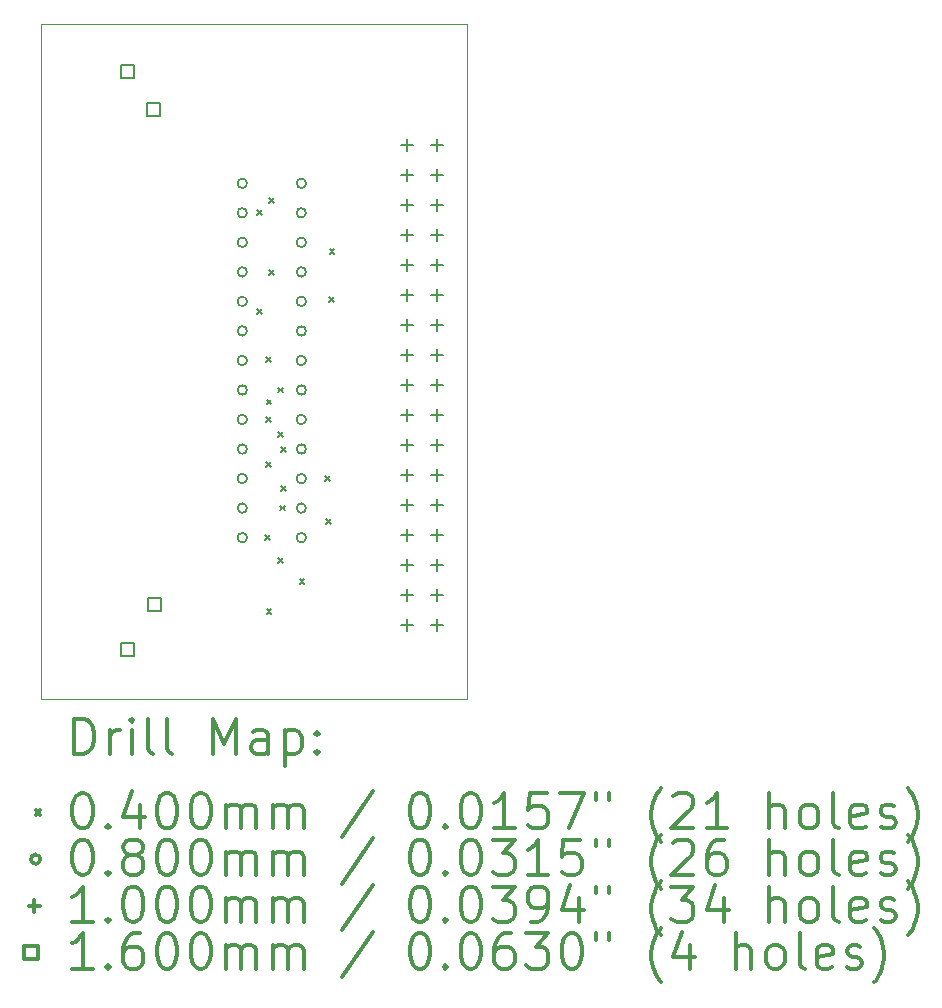
<source format=gbr>
%FSLAX45Y45*%
G04 Gerber Fmt 4.5, Leading zero omitted, Abs format (unit mm)*
G04 Created by KiCad (PCBNEW (5.1.10)-1) date 2024-05-08 08:18:52*
%MOMM*%
%LPD*%
G01*
G04 APERTURE LIST*
%TA.AperFunction,Profile*%
%ADD10C,0.050000*%
%TD*%
%ADD11C,0.200000*%
%ADD12C,0.300000*%
G04 APERTURE END LIST*
D10*
X9144000Y-9271000D02*
X9144000Y-14986000D01*
X12750800Y-9271000D02*
X9144000Y-9271000D01*
X12750800Y-14986000D02*
X12750800Y-9271000D01*
X9144000Y-14986000D02*
X12750800Y-14986000D01*
D11*
X10977000Y-10852400D02*
X11017000Y-10892400D01*
X11017000Y-10852400D02*
X10977000Y-10892400D01*
X10978200Y-11689400D02*
X11018200Y-11729400D01*
X11018200Y-11689400D02*
X10978200Y-11729400D01*
X11046400Y-13602400D02*
X11086400Y-13642400D01*
X11086400Y-13602400D02*
X11046400Y-13642400D01*
X11053000Y-12602400D02*
X11093000Y-12642400D01*
X11093000Y-12602400D02*
X11053000Y-12642400D01*
X11054400Y-12095800D02*
X11094400Y-12135800D01*
X11094400Y-12095800D02*
X11054400Y-12135800D01*
X11054400Y-12984800D02*
X11094400Y-13024800D01*
X11094400Y-12984800D02*
X11054400Y-13024800D01*
X11056800Y-14227000D02*
X11096800Y-14267000D01*
X11096800Y-14227000D02*
X11056800Y-14267000D01*
X11057900Y-12454900D02*
X11097900Y-12494900D01*
X11097900Y-12454900D02*
X11057900Y-12494900D01*
X11079800Y-10749600D02*
X11119800Y-10789600D01*
X11119800Y-10749600D02*
X11079800Y-10789600D01*
X11079800Y-11359200D02*
X11119800Y-11399200D01*
X11119800Y-11359200D02*
X11079800Y-11399200D01*
X11153400Y-12352400D02*
X11193400Y-12392400D01*
X11193400Y-12352400D02*
X11153400Y-12392400D01*
X11156000Y-12730800D02*
X11196000Y-12770800D01*
X11196000Y-12730800D02*
X11156000Y-12770800D01*
X11156000Y-13797600D02*
X11196000Y-13837600D01*
X11196000Y-13797600D02*
X11156000Y-13837600D01*
X11169400Y-13352400D02*
X11209400Y-13392400D01*
X11209400Y-13352400D02*
X11169400Y-13392400D01*
X11181400Y-12857800D02*
X11221400Y-12897800D01*
X11221400Y-12857800D02*
X11181400Y-12897800D01*
X11181400Y-13188000D02*
X11221400Y-13228000D01*
X11221400Y-13188000D02*
X11181400Y-13228000D01*
X11336200Y-13973000D02*
X11376200Y-14013000D01*
X11376200Y-13973000D02*
X11336200Y-14013000D01*
X11553000Y-13102400D02*
X11593000Y-13142400D01*
X11593000Y-13102400D02*
X11553000Y-13142400D01*
X11562400Y-13467400D02*
X11602400Y-13507400D01*
X11602400Y-13467400D02*
X11562400Y-13507400D01*
X11587800Y-11587800D02*
X11627800Y-11627800D01*
X11627800Y-11587800D02*
X11587800Y-11627800D01*
X11590200Y-11179000D02*
X11630200Y-11219000D01*
X11630200Y-11179000D02*
X11590200Y-11219000D01*
X10891200Y-10622400D02*
G75*
G03*
X10891200Y-10622400I-40000J0D01*
G01*
X10891200Y-10872400D02*
G75*
G03*
X10891200Y-10872400I-40000J0D01*
G01*
X10891200Y-11122400D02*
G75*
G03*
X10891200Y-11122400I-40000J0D01*
G01*
X10891200Y-11372400D02*
G75*
G03*
X10891200Y-11372400I-40000J0D01*
G01*
X10891200Y-11622400D02*
G75*
G03*
X10891200Y-11622400I-40000J0D01*
G01*
X10891200Y-11872400D02*
G75*
G03*
X10891200Y-11872400I-40000J0D01*
G01*
X10891200Y-12122400D02*
G75*
G03*
X10891200Y-12122400I-40000J0D01*
G01*
X10891200Y-12372400D02*
G75*
G03*
X10891200Y-12372400I-40000J0D01*
G01*
X10891200Y-12622400D02*
G75*
G03*
X10891200Y-12622400I-40000J0D01*
G01*
X10891200Y-12872400D02*
G75*
G03*
X10891200Y-12872400I-40000J0D01*
G01*
X10891200Y-13122400D02*
G75*
G03*
X10891200Y-13122400I-40000J0D01*
G01*
X10891200Y-13372400D02*
G75*
G03*
X10891200Y-13372400I-40000J0D01*
G01*
X10891200Y-13622400D02*
G75*
G03*
X10891200Y-13622400I-40000J0D01*
G01*
X11391200Y-10622400D02*
G75*
G03*
X11391200Y-10622400I-40000J0D01*
G01*
X11391200Y-10872400D02*
G75*
G03*
X11391200Y-10872400I-40000J0D01*
G01*
X11391200Y-11122400D02*
G75*
G03*
X11391200Y-11122400I-40000J0D01*
G01*
X11391200Y-11372400D02*
G75*
G03*
X11391200Y-11372400I-40000J0D01*
G01*
X11391200Y-11622400D02*
G75*
G03*
X11391200Y-11622400I-40000J0D01*
G01*
X11391200Y-11872400D02*
G75*
G03*
X11391200Y-11872400I-40000J0D01*
G01*
X11391200Y-12122400D02*
G75*
G03*
X11391200Y-12122400I-40000J0D01*
G01*
X11391200Y-12372400D02*
G75*
G03*
X11391200Y-12372400I-40000J0D01*
G01*
X11391200Y-12622400D02*
G75*
G03*
X11391200Y-12622400I-40000J0D01*
G01*
X11391200Y-12872400D02*
G75*
G03*
X11391200Y-12872400I-40000J0D01*
G01*
X11391200Y-13122400D02*
G75*
G03*
X11391200Y-13122400I-40000J0D01*
G01*
X11391200Y-13372400D02*
G75*
G03*
X11391200Y-13372400I-40000J0D01*
G01*
X11391200Y-13622400D02*
G75*
G03*
X11391200Y-13622400I-40000J0D01*
G01*
X12242700Y-10250500D02*
X12242700Y-10350500D01*
X12192700Y-10300500D02*
X12292700Y-10300500D01*
X12242700Y-10504500D02*
X12242700Y-10604500D01*
X12192700Y-10554500D02*
X12292700Y-10554500D01*
X12242700Y-10758500D02*
X12242700Y-10858500D01*
X12192700Y-10808500D02*
X12292700Y-10808500D01*
X12242700Y-11012500D02*
X12242700Y-11112500D01*
X12192700Y-11062500D02*
X12292700Y-11062500D01*
X12242700Y-11266500D02*
X12242700Y-11366500D01*
X12192700Y-11316500D02*
X12292700Y-11316500D01*
X12242700Y-11520500D02*
X12242700Y-11620500D01*
X12192700Y-11570500D02*
X12292700Y-11570500D01*
X12242700Y-11774500D02*
X12242700Y-11874500D01*
X12192700Y-11824500D02*
X12292700Y-11824500D01*
X12242700Y-12028500D02*
X12242700Y-12128500D01*
X12192700Y-12078500D02*
X12292700Y-12078500D01*
X12242700Y-12282500D02*
X12242700Y-12382500D01*
X12192700Y-12332500D02*
X12292700Y-12332500D01*
X12242700Y-12536500D02*
X12242700Y-12636500D01*
X12192700Y-12586500D02*
X12292700Y-12586500D01*
X12242700Y-12790500D02*
X12242700Y-12890500D01*
X12192700Y-12840500D02*
X12292700Y-12840500D01*
X12242700Y-13044500D02*
X12242700Y-13144500D01*
X12192700Y-13094500D02*
X12292700Y-13094500D01*
X12242700Y-13298500D02*
X12242700Y-13398500D01*
X12192700Y-13348500D02*
X12292700Y-13348500D01*
X12242700Y-13552500D02*
X12242700Y-13652500D01*
X12192700Y-13602500D02*
X12292700Y-13602500D01*
X12242700Y-13806500D02*
X12242700Y-13906500D01*
X12192700Y-13856500D02*
X12292700Y-13856500D01*
X12242700Y-14060500D02*
X12242700Y-14160500D01*
X12192700Y-14110500D02*
X12292700Y-14110500D01*
X12242700Y-14314500D02*
X12242700Y-14414500D01*
X12192700Y-14364500D02*
X12292700Y-14364500D01*
X12496700Y-10250500D02*
X12496700Y-10350500D01*
X12446700Y-10300500D02*
X12546700Y-10300500D01*
X12496700Y-10504500D02*
X12496700Y-10604500D01*
X12446700Y-10554500D02*
X12546700Y-10554500D01*
X12496700Y-10758500D02*
X12496700Y-10858500D01*
X12446700Y-10808500D02*
X12546700Y-10808500D01*
X12496700Y-11012500D02*
X12496700Y-11112500D01*
X12446700Y-11062500D02*
X12546700Y-11062500D01*
X12496700Y-11266500D02*
X12496700Y-11366500D01*
X12446700Y-11316500D02*
X12546700Y-11316500D01*
X12496700Y-11520500D02*
X12496700Y-11620500D01*
X12446700Y-11570500D02*
X12546700Y-11570500D01*
X12496700Y-11774500D02*
X12496700Y-11874500D01*
X12446700Y-11824500D02*
X12546700Y-11824500D01*
X12496700Y-12028500D02*
X12496700Y-12128500D01*
X12446700Y-12078500D02*
X12546700Y-12078500D01*
X12496700Y-12282500D02*
X12496700Y-12382500D01*
X12446700Y-12332500D02*
X12546700Y-12332500D01*
X12496700Y-12536500D02*
X12496700Y-12636500D01*
X12446700Y-12586500D02*
X12546700Y-12586500D01*
X12496700Y-12790500D02*
X12496700Y-12890500D01*
X12446700Y-12840500D02*
X12546700Y-12840500D01*
X12496700Y-13044500D02*
X12496700Y-13144500D01*
X12446700Y-13094500D02*
X12546700Y-13094500D01*
X12496700Y-13298500D02*
X12496700Y-13398500D01*
X12446700Y-13348500D02*
X12546700Y-13348500D01*
X12496700Y-13552500D02*
X12496700Y-13652500D01*
X12446700Y-13602500D02*
X12546700Y-13602500D01*
X12496700Y-13806500D02*
X12496700Y-13906500D01*
X12446700Y-13856500D02*
X12546700Y-13856500D01*
X12496700Y-14060500D02*
X12496700Y-14160500D01*
X12446700Y-14110500D02*
X12546700Y-14110500D01*
X12496700Y-14314500D02*
X12496700Y-14414500D01*
X12446700Y-14364500D02*
X12546700Y-14364500D01*
X9934629Y-9733969D02*
X9934629Y-9620831D01*
X9821491Y-9620831D01*
X9821491Y-9733969D01*
X9934629Y-9733969D01*
X9934629Y-14623469D02*
X9934629Y-14510331D01*
X9821491Y-14510331D01*
X9821491Y-14623469D01*
X9934629Y-14623469D01*
X10157769Y-10053969D02*
X10157769Y-9940831D01*
X10044631Y-9940831D01*
X10044631Y-10053969D01*
X10157769Y-10053969D01*
X10165769Y-14242469D02*
X10165769Y-14129331D01*
X10052631Y-14129331D01*
X10052631Y-14242469D01*
X10165769Y-14242469D01*
D12*
X9427928Y-15454214D02*
X9427928Y-15154214D01*
X9499357Y-15154214D01*
X9542214Y-15168500D01*
X9570786Y-15197071D01*
X9585071Y-15225643D01*
X9599357Y-15282786D01*
X9599357Y-15325643D01*
X9585071Y-15382786D01*
X9570786Y-15411357D01*
X9542214Y-15439929D01*
X9499357Y-15454214D01*
X9427928Y-15454214D01*
X9727928Y-15454214D02*
X9727928Y-15254214D01*
X9727928Y-15311357D02*
X9742214Y-15282786D01*
X9756500Y-15268500D01*
X9785071Y-15254214D01*
X9813643Y-15254214D01*
X9913643Y-15454214D02*
X9913643Y-15254214D01*
X9913643Y-15154214D02*
X9899357Y-15168500D01*
X9913643Y-15182786D01*
X9927928Y-15168500D01*
X9913643Y-15154214D01*
X9913643Y-15182786D01*
X10099357Y-15454214D02*
X10070786Y-15439929D01*
X10056500Y-15411357D01*
X10056500Y-15154214D01*
X10256500Y-15454214D02*
X10227928Y-15439929D01*
X10213643Y-15411357D01*
X10213643Y-15154214D01*
X10599357Y-15454214D02*
X10599357Y-15154214D01*
X10699357Y-15368500D01*
X10799357Y-15154214D01*
X10799357Y-15454214D01*
X11070786Y-15454214D02*
X11070786Y-15297071D01*
X11056500Y-15268500D01*
X11027928Y-15254214D01*
X10970786Y-15254214D01*
X10942214Y-15268500D01*
X11070786Y-15439929D02*
X11042214Y-15454214D01*
X10970786Y-15454214D01*
X10942214Y-15439929D01*
X10927928Y-15411357D01*
X10927928Y-15382786D01*
X10942214Y-15354214D01*
X10970786Y-15339929D01*
X11042214Y-15339929D01*
X11070786Y-15325643D01*
X11213643Y-15254214D02*
X11213643Y-15554214D01*
X11213643Y-15268500D02*
X11242214Y-15254214D01*
X11299357Y-15254214D01*
X11327928Y-15268500D01*
X11342214Y-15282786D01*
X11356500Y-15311357D01*
X11356500Y-15397071D01*
X11342214Y-15425643D01*
X11327928Y-15439929D01*
X11299357Y-15454214D01*
X11242214Y-15454214D01*
X11213643Y-15439929D01*
X11485071Y-15425643D02*
X11499357Y-15439929D01*
X11485071Y-15454214D01*
X11470786Y-15439929D01*
X11485071Y-15425643D01*
X11485071Y-15454214D01*
X11485071Y-15268500D02*
X11499357Y-15282786D01*
X11485071Y-15297071D01*
X11470786Y-15282786D01*
X11485071Y-15268500D01*
X11485071Y-15297071D01*
X9101500Y-15928500D02*
X9141500Y-15968500D01*
X9141500Y-15928500D02*
X9101500Y-15968500D01*
X9485071Y-15784214D02*
X9513643Y-15784214D01*
X9542214Y-15798500D01*
X9556500Y-15812786D01*
X9570786Y-15841357D01*
X9585071Y-15898500D01*
X9585071Y-15969929D01*
X9570786Y-16027071D01*
X9556500Y-16055643D01*
X9542214Y-16069929D01*
X9513643Y-16084214D01*
X9485071Y-16084214D01*
X9456500Y-16069929D01*
X9442214Y-16055643D01*
X9427928Y-16027071D01*
X9413643Y-15969929D01*
X9413643Y-15898500D01*
X9427928Y-15841357D01*
X9442214Y-15812786D01*
X9456500Y-15798500D01*
X9485071Y-15784214D01*
X9713643Y-16055643D02*
X9727928Y-16069929D01*
X9713643Y-16084214D01*
X9699357Y-16069929D01*
X9713643Y-16055643D01*
X9713643Y-16084214D01*
X9985071Y-15884214D02*
X9985071Y-16084214D01*
X9913643Y-15769929D02*
X9842214Y-15984214D01*
X10027928Y-15984214D01*
X10199357Y-15784214D02*
X10227928Y-15784214D01*
X10256500Y-15798500D01*
X10270786Y-15812786D01*
X10285071Y-15841357D01*
X10299357Y-15898500D01*
X10299357Y-15969929D01*
X10285071Y-16027071D01*
X10270786Y-16055643D01*
X10256500Y-16069929D01*
X10227928Y-16084214D01*
X10199357Y-16084214D01*
X10170786Y-16069929D01*
X10156500Y-16055643D01*
X10142214Y-16027071D01*
X10127928Y-15969929D01*
X10127928Y-15898500D01*
X10142214Y-15841357D01*
X10156500Y-15812786D01*
X10170786Y-15798500D01*
X10199357Y-15784214D01*
X10485071Y-15784214D02*
X10513643Y-15784214D01*
X10542214Y-15798500D01*
X10556500Y-15812786D01*
X10570786Y-15841357D01*
X10585071Y-15898500D01*
X10585071Y-15969929D01*
X10570786Y-16027071D01*
X10556500Y-16055643D01*
X10542214Y-16069929D01*
X10513643Y-16084214D01*
X10485071Y-16084214D01*
X10456500Y-16069929D01*
X10442214Y-16055643D01*
X10427928Y-16027071D01*
X10413643Y-15969929D01*
X10413643Y-15898500D01*
X10427928Y-15841357D01*
X10442214Y-15812786D01*
X10456500Y-15798500D01*
X10485071Y-15784214D01*
X10713643Y-16084214D02*
X10713643Y-15884214D01*
X10713643Y-15912786D02*
X10727928Y-15898500D01*
X10756500Y-15884214D01*
X10799357Y-15884214D01*
X10827928Y-15898500D01*
X10842214Y-15927071D01*
X10842214Y-16084214D01*
X10842214Y-15927071D02*
X10856500Y-15898500D01*
X10885071Y-15884214D01*
X10927928Y-15884214D01*
X10956500Y-15898500D01*
X10970786Y-15927071D01*
X10970786Y-16084214D01*
X11113643Y-16084214D02*
X11113643Y-15884214D01*
X11113643Y-15912786D02*
X11127928Y-15898500D01*
X11156500Y-15884214D01*
X11199357Y-15884214D01*
X11227928Y-15898500D01*
X11242214Y-15927071D01*
X11242214Y-16084214D01*
X11242214Y-15927071D02*
X11256500Y-15898500D01*
X11285071Y-15884214D01*
X11327928Y-15884214D01*
X11356500Y-15898500D01*
X11370786Y-15927071D01*
X11370786Y-16084214D01*
X11956500Y-15769929D02*
X11699357Y-16155643D01*
X12342214Y-15784214D02*
X12370786Y-15784214D01*
X12399357Y-15798500D01*
X12413643Y-15812786D01*
X12427928Y-15841357D01*
X12442214Y-15898500D01*
X12442214Y-15969929D01*
X12427928Y-16027071D01*
X12413643Y-16055643D01*
X12399357Y-16069929D01*
X12370786Y-16084214D01*
X12342214Y-16084214D01*
X12313643Y-16069929D01*
X12299357Y-16055643D01*
X12285071Y-16027071D01*
X12270786Y-15969929D01*
X12270786Y-15898500D01*
X12285071Y-15841357D01*
X12299357Y-15812786D01*
X12313643Y-15798500D01*
X12342214Y-15784214D01*
X12570786Y-16055643D02*
X12585071Y-16069929D01*
X12570786Y-16084214D01*
X12556500Y-16069929D01*
X12570786Y-16055643D01*
X12570786Y-16084214D01*
X12770786Y-15784214D02*
X12799357Y-15784214D01*
X12827928Y-15798500D01*
X12842214Y-15812786D01*
X12856500Y-15841357D01*
X12870786Y-15898500D01*
X12870786Y-15969929D01*
X12856500Y-16027071D01*
X12842214Y-16055643D01*
X12827928Y-16069929D01*
X12799357Y-16084214D01*
X12770786Y-16084214D01*
X12742214Y-16069929D01*
X12727928Y-16055643D01*
X12713643Y-16027071D01*
X12699357Y-15969929D01*
X12699357Y-15898500D01*
X12713643Y-15841357D01*
X12727928Y-15812786D01*
X12742214Y-15798500D01*
X12770786Y-15784214D01*
X13156500Y-16084214D02*
X12985071Y-16084214D01*
X13070786Y-16084214D02*
X13070786Y-15784214D01*
X13042214Y-15827071D01*
X13013643Y-15855643D01*
X12985071Y-15869929D01*
X13427928Y-15784214D02*
X13285071Y-15784214D01*
X13270786Y-15927071D01*
X13285071Y-15912786D01*
X13313643Y-15898500D01*
X13385071Y-15898500D01*
X13413643Y-15912786D01*
X13427928Y-15927071D01*
X13442214Y-15955643D01*
X13442214Y-16027071D01*
X13427928Y-16055643D01*
X13413643Y-16069929D01*
X13385071Y-16084214D01*
X13313643Y-16084214D01*
X13285071Y-16069929D01*
X13270786Y-16055643D01*
X13542214Y-15784214D02*
X13742214Y-15784214D01*
X13613643Y-16084214D01*
X13842214Y-15784214D02*
X13842214Y-15841357D01*
X13956500Y-15784214D02*
X13956500Y-15841357D01*
X14399357Y-16198500D02*
X14385071Y-16184214D01*
X14356500Y-16141357D01*
X14342214Y-16112786D01*
X14327928Y-16069929D01*
X14313643Y-15998500D01*
X14313643Y-15941357D01*
X14327928Y-15869929D01*
X14342214Y-15827071D01*
X14356500Y-15798500D01*
X14385071Y-15755643D01*
X14399357Y-15741357D01*
X14499357Y-15812786D02*
X14513643Y-15798500D01*
X14542214Y-15784214D01*
X14613643Y-15784214D01*
X14642214Y-15798500D01*
X14656500Y-15812786D01*
X14670786Y-15841357D01*
X14670786Y-15869929D01*
X14656500Y-15912786D01*
X14485071Y-16084214D01*
X14670786Y-16084214D01*
X14956500Y-16084214D02*
X14785071Y-16084214D01*
X14870786Y-16084214D02*
X14870786Y-15784214D01*
X14842214Y-15827071D01*
X14813643Y-15855643D01*
X14785071Y-15869929D01*
X15313643Y-16084214D02*
X15313643Y-15784214D01*
X15442214Y-16084214D02*
X15442214Y-15927071D01*
X15427928Y-15898500D01*
X15399357Y-15884214D01*
X15356500Y-15884214D01*
X15327928Y-15898500D01*
X15313643Y-15912786D01*
X15627928Y-16084214D02*
X15599357Y-16069929D01*
X15585071Y-16055643D01*
X15570786Y-16027071D01*
X15570786Y-15941357D01*
X15585071Y-15912786D01*
X15599357Y-15898500D01*
X15627928Y-15884214D01*
X15670786Y-15884214D01*
X15699357Y-15898500D01*
X15713643Y-15912786D01*
X15727928Y-15941357D01*
X15727928Y-16027071D01*
X15713643Y-16055643D01*
X15699357Y-16069929D01*
X15670786Y-16084214D01*
X15627928Y-16084214D01*
X15899357Y-16084214D02*
X15870786Y-16069929D01*
X15856500Y-16041357D01*
X15856500Y-15784214D01*
X16127928Y-16069929D02*
X16099357Y-16084214D01*
X16042214Y-16084214D01*
X16013643Y-16069929D01*
X15999357Y-16041357D01*
X15999357Y-15927071D01*
X16013643Y-15898500D01*
X16042214Y-15884214D01*
X16099357Y-15884214D01*
X16127928Y-15898500D01*
X16142214Y-15927071D01*
X16142214Y-15955643D01*
X15999357Y-15984214D01*
X16256500Y-16069929D02*
X16285071Y-16084214D01*
X16342214Y-16084214D01*
X16370786Y-16069929D01*
X16385071Y-16041357D01*
X16385071Y-16027071D01*
X16370786Y-15998500D01*
X16342214Y-15984214D01*
X16299357Y-15984214D01*
X16270786Y-15969929D01*
X16256500Y-15941357D01*
X16256500Y-15927071D01*
X16270786Y-15898500D01*
X16299357Y-15884214D01*
X16342214Y-15884214D01*
X16370786Y-15898500D01*
X16485071Y-16198500D02*
X16499357Y-16184214D01*
X16527928Y-16141357D01*
X16542214Y-16112786D01*
X16556500Y-16069929D01*
X16570786Y-15998500D01*
X16570786Y-15941357D01*
X16556500Y-15869929D01*
X16542214Y-15827071D01*
X16527928Y-15798500D01*
X16499357Y-15755643D01*
X16485071Y-15741357D01*
X9141500Y-16344500D02*
G75*
G03*
X9141500Y-16344500I-40000J0D01*
G01*
X9485071Y-16180214D02*
X9513643Y-16180214D01*
X9542214Y-16194500D01*
X9556500Y-16208786D01*
X9570786Y-16237357D01*
X9585071Y-16294500D01*
X9585071Y-16365929D01*
X9570786Y-16423071D01*
X9556500Y-16451643D01*
X9542214Y-16465929D01*
X9513643Y-16480214D01*
X9485071Y-16480214D01*
X9456500Y-16465929D01*
X9442214Y-16451643D01*
X9427928Y-16423071D01*
X9413643Y-16365929D01*
X9413643Y-16294500D01*
X9427928Y-16237357D01*
X9442214Y-16208786D01*
X9456500Y-16194500D01*
X9485071Y-16180214D01*
X9713643Y-16451643D02*
X9727928Y-16465929D01*
X9713643Y-16480214D01*
X9699357Y-16465929D01*
X9713643Y-16451643D01*
X9713643Y-16480214D01*
X9899357Y-16308786D02*
X9870786Y-16294500D01*
X9856500Y-16280214D01*
X9842214Y-16251643D01*
X9842214Y-16237357D01*
X9856500Y-16208786D01*
X9870786Y-16194500D01*
X9899357Y-16180214D01*
X9956500Y-16180214D01*
X9985071Y-16194500D01*
X9999357Y-16208786D01*
X10013643Y-16237357D01*
X10013643Y-16251643D01*
X9999357Y-16280214D01*
X9985071Y-16294500D01*
X9956500Y-16308786D01*
X9899357Y-16308786D01*
X9870786Y-16323071D01*
X9856500Y-16337357D01*
X9842214Y-16365929D01*
X9842214Y-16423071D01*
X9856500Y-16451643D01*
X9870786Y-16465929D01*
X9899357Y-16480214D01*
X9956500Y-16480214D01*
X9985071Y-16465929D01*
X9999357Y-16451643D01*
X10013643Y-16423071D01*
X10013643Y-16365929D01*
X9999357Y-16337357D01*
X9985071Y-16323071D01*
X9956500Y-16308786D01*
X10199357Y-16180214D02*
X10227928Y-16180214D01*
X10256500Y-16194500D01*
X10270786Y-16208786D01*
X10285071Y-16237357D01*
X10299357Y-16294500D01*
X10299357Y-16365929D01*
X10285071Y-16423071D01*
X10270786Y-16451643D01*
X10256500Y-16465929D01*
X10227928Y-16480214D01*
X10199357Y-16480214D01*
X10170786Y-16465929D01*
X10156500Y-16451643D01*
X10142214Y-16423071D01*
X10127928Y-16365929D01*
X10127928Y-16294500D01*
X10142214Y-16237357D01*
X10156500Y-16208786D01*
X10170786Y-16194500D01*
X10199357Y-16180214D01*
X10485071Y-16180214D02*
X10513643Y-16180214D01*
X10542214Y-16194500D01*
X10556500Y-16208786D01*
X10570786Y-16237357D01*
X10585071Y-16294500D01*
X10585071Y-16365929D01*
X10570786Y-16423071D01*
X10556500Y-16451643D01*
X10542214Y-16465929D01*
X10513643Y-16480214D01*
X10485071Y-16480214D01*
X10456500Y-16465929D01*
X10442214Y-16451643D01*
X10427928Y-16423071D01*
X10413643Y-16365929D01*
X10413643Y-16294500D01*
X10427928Y-16237357D01*
X10442214Y-16208786D01*
X10456500Y-16194500D01*
X10485071Y-16180214D01*
X10713643Y-16480214D02*
X10713643Y-16280214D01*
X10713643Y-16308786D02*
X10727928Y-16294500D01*
X10756500Y-16280214D01*
X10799357Y-16280214D01*
X10827928Y-16294500D01*
X10842214Y-16323071D01*
X10842214Y-16480214D01*
X10842214Y-16323071D02*
X10856500Y-16294500D01*
X10885071Y-16280214D01*
X10927928Y-16280214D01*
X10956500Y-16294500D01*
X10970786Y-16323071D01*
X10970786Y-16480214D01*
X11113643Y-16480214D02*
X11113643Y-16280214D01*
X11113643Y-16308786D02*
X11127928Y-16294500D01*
X11156500Y-16280214D01*
X11199357Y-16280214D01*
X11227928Y-16294500D01*
X11242214Y-16323071D01*
X11242214Y-16480214D01*
X11242214Y-16323071D02*
X11256500Y-16294500D01*
X11285071Y-16280214D01*
X11327928Y-16280214D01*
X11356500Y-16294500D01*
X11370786Y-16323071D01*
X11370786Y-16480214D01*
X11956500Y-16165929D02*
X11699357Y-16551643D01*
X12342214Y-16180214D02*
X12370786Y-16180214D01*
X12399357Y-16194500D01*
X12413643Y-16208786D01*
X12427928Y-16237357D01*
X12442214Y-16294500D01*
X12442214Y-16365929D01*
X12427928Y-16423071D01*
X12413643Y-16451643D01*
X12399357Y-16465929D01*
X12370786Y-16480214D01*
X12342214Y-16480214D01*
X12313643Y-16465929D01*
X12299357Y-16451643D01*
X12285071Y-16423071D01*
X12270786Y-16365929D01*
X12270786Y-16294500D01*
X12285071Y-16237357D01*
X12299357Y-16208786D01*
X12313643Y-16194500D01*
X12342214Y-16180214D01*
X12570786Y-16451643D02*
X12585071Y-16465929D01*
X12570786Y-16480214D01*
X12556500Y-16465929D01*
X12570786Y-16451643D01*
X12570786Y-16480214D01*
X12770786Y-16180214D02*
X12799357Y-16180214D01*
X12827928Y-16194500D01*
X12842214Y-16208786D01*
X12856500Y-16237357D01*
X12870786Y-16294500D01*
X12870786Y-16365929D01*
X12856500Y-16423071D01*
X12842214Y-16451643D01*
X12827928Y-16465929D01*
X12799357Y-16480214D01*
X12770786Y-16480214D01*
X12742214Y-16465929D01*
X12727928Y-16451643D01*
X12713643Y-16423071D01*
X12699357Y-16365929D01*
X12699357Y-16294500D01*
X12713643Y-16237357D01*
X12727928Y-16208786D01*
X12742214Y-16194500D01*
X12770786Y-16180214D01*
X12970786Y-16180214D02*
X13156500Y-16180214D01*
X13056500Y-16294500D01*
X13099357Y-16294500D01*
X13127928Y-16308786D01*
X13142214Y-16323071D01*
X13156500Y-16351643D01*
X13156500Y-16423071D01*
X13142214Y-16451643D01*
X13127928Y-16465929D01*
X13099357Y-16480214D01*
X13013643Y-16480214D01*
X12985071Y-16465929D01*
X12970786Y-16451643D01*
X13442214Y-16480214D02*
X13270786Y-16480214D01*
X13356500Y-16480214D02*
X13356500Y-16180214D01*
X13327928Y-16223071D01*
X13299357Y-16251643D01*
X13270786Y-16265929D01*
X13713643Y-16180214D02*
X13570786Y-16180214D01*
X13556500Y-16323071D01*
X13570786Y-16308786D01*
X13599357Y-16294500D01*
X13670786Y-16294500D01*
X13699357Y-16308786D01*
X13713643Y-16323071D01*
X13727928Y-16351643D01*
X13727928Y-16423071D01*
X13713643Y-16451643D01*
X13699357Y-16465929D01*
X13670786Y-16480214D01*
X13599357Y-16480214D01*
X13570786Y-16465929D01*
X13556500Y-16451643D01*
X13842214Y-16180214D02*
X13842214Y-16237357D01*
X13956500Y-16180214D02*
X13956500Y-16237357D01*
X14399357Y-16594500D02*
X14385071Y-16580214D01*
X14356500Y-16537357D01*
X14342214Y-16508786D01*
X14327928Y-16465929D01*
X14313643Y-16394500D01*
X14313643Y-16337357D01*
X14327928Y-16265929D01*
X14342214Y-16223071D01*
X14356500Y-16194500D01*
X14385071Y-16151643D01*
X14399357Y-16137357D01*
X14499357Y-16208786D02*
X14513643Y-16194500D01*
X14542214Y-16180214D01*
X14613643Y-16180214D01*
X14642214Y-16194500D01*
X14656500Y-16208786D01*
X14670786Y-16237357D01*
X14670786Y-16265929D01*
X14656500Y-16308786D01*
X14485071Y-16480214D01*
X14670786Y-16480214D01*
X14927928Y-16180214D02*
X14870786Y-16180214D01*
X14842214Y-16194500D01*
X14827928Y-16208786D01*
X14799357Y-16251643D01*
X14785071Y-16308786D01*
X14785071Y-16423071D01*
X14799357Y-16451643D01*
X14813643Y-16465929D01*
X14842214Y-16480214D01*
X14899357Y-16480214D01*
X14927928Y-16465929D01*
X14942214Y-16451643D01*
X14956500Y-16423071D01*
X14956500Y-16351643D01*
X14942214Y-16323071D01*
X14927928Y-16308786D01*
X14899357Y-16294500D01*
X14842214Y-16294500D01*
X14813643Y-16308786D01*
X14799357Y-16323071D01*
X14785071Y-16351643D01*
X15313643Y-16480214D02*
X15313643Y-16180214D01*
X15442214Y-16480214D02*
X15442214Y-16323071D01*
X15427928Y-16294500D01*
X15399357Y-16280214D01*
X15356500Y-16280214D01*
X15327928Y-16294500D01*
X15313643Y-16308786D01*
X15627928Y-16480214D02*
X15599357Y-16465929D01*
X15585071Y-16451643D01*
X15570786Y-16423071D01*
X15570786Y-16337357D01*
X15585071Y-16308786D01*
X15599357Y-16294500D01*
X15627928Y-16280214D01*
X15670786Y-16280214D01*
X15699357Y-16294500D01*
X15713643Y-16308786D01*
X15727928Y-16337357D01*
X15727928Y-16423071D01*
X15713643Y-16451643D01*
X15699357Y-16465929D01*
X15670786Y-16480214D01*
X15627928Y-16480214D01*
X15899357Y-16480214D02*
X15870786Y-16465929D01*
X15856500Y-16437357D01*
X15856500Y-16180214D01*
X16127928Y-16465929D02*
X16099357Y-16480214D01*
X16042214Y-16480214D01*
X16013643Y-16465929D01*
X15999357Y-16437357D01*
X15999357Y-16323071D01*
X16013643Y-16294500D01*
X16042214Y-16280214D01*
X16099357Y-16280214D01*
X16127928Y-16294500D01*
X16142214Y-16323071D01*
X16142214Y-16351643D01*
X15999357Y-16380214D01*
X16256500Y-16465929D02*
X16285071Y-16480214D01*
X16342214Y-16480214D01*
X16370786Y-16465929D01*
X16385071Y-16437357D01*
X16385071Y-16423071D01*
X16370786Y-16394500D01*
X16342214Y-16380214D01*
X16299357Y-16380214D01*
X16270786Y-16365929D01*
X16256500Y-16337357D01*
X16256500Y-16323071D01*
X16270786Y-16294500D01*
X16299357Y-16280214D01*
X16342214Y-16280214D01*
X16370786Y-16294500D01*
X16485071Y-16594500D02*
X16499357Y-16580214D01*
X16527928Y-16537357D01*
X16542214Y-16508786D01*
X16556500Y-16465929D01*
X16570786Y-16394500D01*
X16570786Y-16337357D01*
X16556500Y-16265929D01*
X16542214Y-16223071D01*
X16527928Y-16194500D01*
X16499357Y-16151643D01*
X16485071Y-16137357D01*
X9091500Y-16690500D02*
X9091500Y-16790500D01*
X9041500Y-16740500D02*
X9141500Y-16740500D01*
X9585071Y-16876214D02*
X9413643Y-16876214D01*
X9499357Y-16876214D02*
X9499357Y-16576214D01*
X9470786Y-16619071D01*
X9442214Y-16647643D01*
X9413643Y-16661929D01*
X9713643Y-16847643D02*
X9727928Y-16861929D01*
X9713643Y-16876214D01*
X9699357Y-16861929D01*
X9713643Y-16847643D01*
X9713643Y-16876214D01*
X9913643Y-16576214D02*
X9942214Y-16576214D01*
X9970786Y-16590500D01*
X9985071Y-16604786D01*
X9999357Y-16633357D01*
X10013643Y-16690500D01*
X10013643Y-16761929D01*
X9999357Y-16819072D01*
X9985071Y-16847643D01*
X9970786Y-16861929D01*
X9942214Y-16876214D01*
X9913643Y-16876214D01*
X9885071Y-16861929D01*
X9870786Y-16847643D01*
X9856500Y-16819072D01*
X9842214Y-16761929D01*
X9842214Y-16690500D01*
X9856500Y-16633357D01*
X9870786Y-16604786D01*
X9885071Y-16590500D01*
X9913643Y-16576214D01*
X10199357Y-16576214D02*
X10227928Y-16576214D01*
X10256500Y-16590500D01*
X10270786Y-16604786D01*
X10285071Y-16633357D01*
X10299357Y-16690500D01*
X10299357Y-16761929D01*
X10285071Y-16819072D01*
X10270786Y-16847643D01*
X10256500Y-16861929D01*
X10227928Y-16876214D01*
X10199357Y-16876214D01*
X10170786Y-16861929D01*
X10156500Y-16847643D01*
X10142214Y-16819072D01*
X10127928Y-16761929D01*
X10127928Y-16690500D01*
X10142214Y-16633357D01*
X10156500Y-16604786D01*
X10170786Y-16590500D01*
X10199357Y-16576214D01*
X10485071Y-16576214D02*
X10513643Y-16576214D01*
X10542214Y-16590500D01*
X10556500Y-16604786D01*
X10570786Y-16633357D01*
X10585071Y-16690500D01*
X10585071Y-16761929D01*
X10570786Y-16819072D01*
X10556500Y-16847643D01*
X10542214Y-16861929D01*
X10513643Y-16876214D01*
X10485071Y-16876214D01*
X10456500Y-16861929D01*
X10442214Y-16847643D01*
X10427928Y-16819072D01*
X10413643Y-16761929D01*
X10413643Y-16690500D01*
X10427928Y-16633357D01*
X10442214Y-16604786D01*
X10456500Y-16590500D01*
X10485071Y-16576214D01*
X10713643Y-16876214D02*
X10713643Y-16676214D01*
X10713643Y-16704786D02*
X10727928Y-16690500D01*
X10756500Y-16676214D01*
X10799357Y-16676214D01*
X10827928Y-16690500D01*
X10842214Y-16719071D01*
X10842214Y-16876214D01*
X10842214Y-16719071D02*
X10856500Y-16690500D01*
X10885071Y-16676214D01*
X10927928Y-16676214D01*
X10956500Y-16690500D01*
X10970786Y-16719071D01*
X10970786Y-16876214D01*
X11113643Y-16876214D02*
X11113643Y-16676214D01*
X11113643Y-16704786D02*
X11127928Y-16690500D01*
X11156500Y-16676214D01*
X11199357Y-16676214D01*
X11227928Y-16690500D01*
X11242214Y-16719071D01*
X11242214Y-16876214D01*
X11242214Y-16719071D02*
X11256500Y-16690500D01*
X11285071Y-16676214D01*
X11327928Y-16676214D01*
X11356500Y-16690500D01*
X11370786Y-16719071D01*
X11370786Y-16876214D01*
X11956500Y-16561929D02*
X11699357Y-16947643D01*
X12342214Y-16576214D02*
X12370786Y-16576214D01*
X12399357Y-16590500D01*
X12413643Y-16604786D01*
X12427928Y-16633357D01*
X12442214Y-16690500D01*
X12442214Y-16761929D01*
X12427928Y-16819072D01*
X12413643Y-16847643D01*
X12399357Y-16861929D01*
X12370786Y-16876214D01*
X12342214Y-16876214D01*
X12313643Y-16861929D01*
X12299357Y-16847643D01*
X12285071Y-16819072D01*
X12270786Y-16761929D01*
X12270786Y-16690500D01*
X12285071Y-16633357D01*
X12299357Y-16604786D01*
X12313643Y-16590500D01*
X12342214Y-16576214D01*
X12570786Y-16847643D02*
X12585071Y-16861929D01*
X12570786Y-16876214D01*
X12556500Y-16861929D01*
X12570786Y-16847643D01*
X12570786Y-16876214D01*
X12770786Y-16576214D02*
X12799357Y-16576214D01*
X12827928Y-16590500D01*
X12842214Y-16604786D01*
X12856500Y-16633357D01*
X12870786Y-16690500D01*
X12870786Y-16761929D01*
X12856500Y-16819072D01*
X12842214Y-16847643D01*
X12827928Y-16861929D01*
X12799357Y-16876214D01*
X12770786Y-16876214D01*
X12742214Y-16861929D01*
X12727928Y-16847643D01*
X12713643Y-16819072D01*
X12699357Y-16761929D01*
X12699357Y-16690500D01*
X12713643Y-16633357D01*
X12727928Y-16604786D01*
X12742214Y-16590500D01*
X12770786Y-16576214D01*
X12970786Y-16576214D02*
X13156500Y-16576214D01*
X13056500Y-16690500D01*
X13099357Y-16690500D01*
X13127928Y-16704786D01*
X13142214Y-16719071D01*
X13156500Y-16747643D01*
X13156500Y-16819072D01*
X13142214Y-16847643D01*
X13127928Y-16861929D01*
X13099357Y-16876214D01*
X13013643Y-16876214D01*
X12985071Y-16861929D01*
X12970786Y-16847643D01*
X13299357Y-16876214D02*
X13356500Y-16876214D01*
X13385071Y-16861929D01*
X13399357Y-16847643D01*
X13427928Y-16804786D01*
X13442214Y-16747643D01*
X13442214Y-16633357D01*
X13427928Y-16604786D01*
X13413643Y-16590500D01*
X13385071Y-16576214D01*
X13327928Y-16576214D01*
X13299357Y-16590500D01*
X13285071Y-16604786D01*
X13270786Y-16633357D01*
X13270786Y-16704786D01*
X13285071Y-16733357D01*
X13299357Y-16747643D01*
X13327928Y-16761929D01*
X13385071Y-16761929D01*
X13413643Y-16747643D01*
X13427928Y-16733357D01*
X13442214Y-16704786D01*
X13699357Y-16676214D02*
X13699357Y-16876214D01*
X13627928Y-16561929D02*
X13556500Y-16776214D01*
X13742214Y-16776214D01*
X13842214Y-16576214D02*
X13842214Y-16633357D01*
X13956500Y-16576214D02*
X13956500Y-16633357D01*
X14399357Y-16990500D02*
X14385071Y-16976214D01*
X14356500Y-16933357D01*
X14342214Y-16904786D01*
X14327928Y-16861929D01*
X14313643Y-16790500D01*
X14313643Y-16733357D01*
X14327928Y-16661929D01*
X14342214Y-16619071D01*
X14356500Y-16590500D01*
X14385071Y-16547643D01*
X14399357Y-16533357D01*
X14485071Y-16576214D02*
X14670786Y-16576214D01*
X14570786Y-16690500D01*
X14613643Y-16690500D01*
X14642214Y-16704786D01*
X14656500Y-16719071D01*
X14670786Y-16747643D01*
X14670786Y-16819072D01*
X14656500Y-16847643D01*
X14642214Y-16861929D01*
X14613643Y-16876214D01*
X14527928Y-16876214D01*
X14499357Y-16861929D01*
X14485071Y-16847643D01*
X14927928Y-16676214D02*
X14927928Y-16876214D01*
X14856500Y-16561929D02*
X14785071Y-16776214D01*
X14970786Y-16776214D01*
X15313643Y-16876214D02*
X15313643Y-16576214D01*
X15442214Y-16876214D02*
X15442214Y-16719071D01*
X15427928Y-16690500D01*
X15399357Y-16676214D01*
X15356500Y-16676214D01*
X15327928Y-16690500D01*
X15313643Y-16704786D01*
X15627928Y-16876214D02*
X15599357Y-16861929D01*
X15585071Y-16847643D01*
X15570786Y-16819072D01*
X15570786Y-16733357D01*
X15585071Y-16704786D01*
X15599357Y-16690500D01*
X15627928Y-16676214D01*
X15670786Y-16676214D01*
X15699357Y-16690500D01*
X15713643Y-16704786D01*
X15727928Y-16733357D01*
X15727928Y-16819072D01*
X15713643Y-16847643D01*
X15699357Y-16861929D01*
X15670786Y-16876214D01*
X15627928Y-16876214D01*
X15899357Y-16876214D02*
X15870786Y-16861929D01*
X15856500Y-16833357D01*
X15856500Y-16576214D01*
X16127928Y-16861929D02*
X16099357Y-16876214D01*
X16042214Y-16876214D01*
X16013643Y-16861929D01*
X15999357Y-16833357D01*
X15999357Y-16719071D01*
X16013643Y-16690500D01*
X16042214Y-16676214D01*
X16099357Y-16676214D01*
X16127928Y-16690500D01*
X16142214Y-16719071D01*
X16142214Y-16747643D01*
X15999357Y-16776214D01*
X16256500Y-16861929D02*
X16285071Y-16876214D01*
X16342214Y-16876214D01*
X16370786Y-16861929D01*
X16385071Y-16833357D01*
X16385071Y-16819072D01*
X16370786Y-16790500D01*
X16342214Y-16776214D01*
X16299357Y-16776214D01*
X16270786Y-16761929D01*
X16256500Y-16733357D01*
X16256500Y-16719071D01*
X16270786Y-16690500D01*
X16299357Y-16676214D01*
X16342214Y-16676214D01*
X16370786Y-16690500D01*
X16485071Y-16990500D02*
X16499357Y-16976214D01*
X16527928Y-16933357D01*
X16542214Y-16904786D01*
X16556500Y-16861929D01*
X16570786Y-16790500D01*
X16570786Y-16733357D01*
X16556500Y-16661929D01*
X16542214Y-16619071D01*
X16527928Y-16590500D01*
X16499357Y-16547643D01*
X16485071Y-16533357D01*
X9118069Y-17193069D02*
X9118069Y-17079931D01*
X9004931Y-17079931D01*
X9004931Y-17193069D01*
X9118069Y-17193069D01*
X9585071Y-17272214D02*
X9413643Y-17272214D01*
X9499357Y-17272214D02*
X9499357Y-16972214D01*
X9470786Y-17015072D01*
X9442214Y-17043643D01*
X9413643Y-17057929D01*
X9713643Y-17243643D02*
X9727928Y-17257929D01*
X9713643Y-17272214D01*
X9699357Y-17257929D01*
X9713643Y-17243643D01*
X9713643Y-17272214D01*
X9985071Y-16972214D02*
X9927928Y-16972214D01*
X9899357Y-16986500D01*
X9885071Y-17000786D01*
X9856500Y-17043643D01*
X9842214Y-17100786D01*
X9842214Y-17215072D01*
X9856500Y-17243643D01*
X9870786Y-17257929D01*
X9899357Y-17272214D01*
X9956500Y-17272214D01*
X9985071Y-17257929D01*
X9999357Y-17243643D01*
X10013643Y-17215072D01*
X10013643Y-17143643D01*
X9999357Y-17115072D01*
X9985071Y-17100786D01*
X9956500Y-17086500D01*
X9899357Y-17086500D01*
X9870786Y-17100786D01*
X9856500Y-17115072D01*
X9842214Y-17143643D01*
X10199357Y-16972214D02*
X10227928Y-16972214D01*
X10256500Y-16986500D01*
X10270786Y-17000786D01*
X10285071Y-17029357D01*
X10299357Y-17086500D01*
X10299357Y-17157929D01*
X10285071Y-17215072D01*
X10270786Y-17243643D01*
X10256500Y-17257929D01*
X10227928Y-17272214D01*
X10199357Y-17272214D01*
X10170786Y-17257929D01*
X10156500Y-17243643D01*
X10142214Y-17215072D01*
X10127928Y-17157929D01*
X10127928Y-17086500D01*
X10142214Y-17029357D01*
X10156500Y-17000786D01*
X10170786Y-16986500D01*
X10199357Y-16972214D01*
X10485071Y-16972214D02*
X10513643Y-16972214D01*
X10542214Y-16986500D01*
X10556500Y-17000786D01*
X10570786Y-17029357D01*
X10585071Y-17086500D01*
X10585071Y-17157929D01*
X10570786Y-17215072D01*
X10556500Y-17243643D01*
X10542214Y-17257929D01*
X10513643Y-17272214D01*
X10485071Y-17272214D01*
X10456500Y-17257929D01*
X10442214Y-17243643D01*
X10427928Y-17215072D01*
X10413643Y-17157929D01*
X10413643Y-17086500D01*
X10427928Y-17029357D01*
X10442214Y-17000786D01*
X10456500Y-16986500D01*
X10485071Y-16972214D01*
X10713643Y-17272214D02*
X10713643Y-17072214D01*
X10713643Y-17100786D02*
X10727928Y-17086500D01*
X10756500Y-17072214D01*
X10799357Y-17072214D01*
X10827928Y-17086500D01*
X10842214Y-17115072D01*
X10842214Y-17272214D01*
X10842214Y-17115072D02*
X10856500Y-17086500D01*
X10885071Y-17072214D01*
X10927928Y-17072214D01*
X10956500Y-17086500D01*
X10970786Y-17115072D01*
X10970786Y-17272214D01*
X11113643Y-17272214D02*
X11113643Y-17072214D01*
X11113643Y-17100786D02*
X11127928Y-17086500D01*
X11156500Y-17072214D01*
X11199357Y-17072214D01*
X11227928Y-17086500D01*
X11242214Y-17115072D01*
X11242214Y-17272214D01*
X11242214Y-17115072D02*
X11256500Y-17086500D01*
X11285071Y-17072214D01*
X11327928Y-17072214D01*
X11356500Y-17086500D01*
X11370786Y-17115072D01*
X11370786Y-17272214D01*
X11956500Y-16957929D02*
X11699357Y-17343643D01*
X12342214Y-16972214D02*
X12370786Y-16972214D01*
X12399357Y-16986500D01*
X12413643Y-17000786D01*
X12427928Y-17029357D01*
X12442214Y-17086500D01*
X12442214Y-17157929D01*
X12427928Y-17215072D01*
X12413643Y-17243643D01*
X12399357Y-17257929D01*
X12370786Y-17272214D01*
X12342214Y-17272214D01*
X12313643Y-17257929D01*
X12299357Y-17243643D01*
X12285071Y-17215072D01*
X12270786Y-17157929D01*
X12270786Y-17086500D01*
X12285071Y-17029357D01*
X12299357Y-17000786D01*
X12313643Y-16986500D01*
X12342214Y-16972214D01*
X12570786Y-17243643D02*
X12585071Y-17257929D01*
X12570786Y-17272214D01*
X12556500Y-17257929D01*
X12570786Y-17243643D01*
X12570786Y-17272214D01*
X12770786Y-16972214D02*
X12799357Y-16972214D01*
X12827928Y-16986500D01*
X12842214Y-17000786D01*
X12856500Y-17029357D01*
X12870786Y-17086500D01*
X12870786Y-17157929D01*
X12856500Y-17215072D01*
X12842214Y-17243643D01*
X12827928Y-17257929D01*
X12799357Y-17272214D01*
X12770786Y-17272214D01*
X12742214Y-17257929D01*
X12727928Y-17243643D01*
X12713643Y-17215072D01*
X12699357Y-17157929D01*
X12699357Y-17086500D01*
X12713643Y-17029357D01*
X12727928Y-17000786D01*
X12742214Y-16986500D01*
X12770786Y-16972214D01*
X13127928Y-16972214D02*
X13070786Y-16972214D01*
X13042214Y-16986500D01*
X13027928Y-17000786D01*
X12999357Y-17043643D01*
X12985071Y-17100786D01*
X12985071Y-17215072D01*
X12999357Y-17243643D01*
X13013643Y-17257929D01*
X13042214Y-17272214D01*
X13099357Y-17272214D01*
X13127928Y-17257929D01*
X13142214Y-17243643D01*
X13156500Y-17215072D01*
X13156500Y-17143643D01*
X13142214Y-17115072D01*
X13127928Y-17100786D01*
X13099357Y-17086500D01*
X13042214Y-17086500D01*
X13013643Y-17100786D01*
X12999357Y-17115072D01*
X12985071Y-17143643D01*
X13256500Y-16972214D02*
X13442214Y-16972214D01*
X13342214Y-17086500D01*
X13385071Y-17086500D01*
X13413643Y-17100786D01*
X13427928Y-17115072D01*
X13442214Y-17143643D01*
X13442214Y-17215072D01*
X13427928Y-17243643D01*
X13413643Y-17257929D01*
X13385071Y-17272214D01*
X13299357Y-17272214D01*
X13270786Y-17257929D01*
X13256500Y-17243643D01*
X13627928Y-16972214D02*
X13656500Y-16972214D01*
X13685071Y-16986500D01*
X13699357Y-17000786D01*
X13713643Y-17029357D01*
X13727928Y-17086500D01*
X13727928Y-17157929D01*
X13713643Y-17215072D01*
X13699357Y-17243643D01*
X13685071Y-17257929D01*
X13656500Y-17272214D01*
X13627928Y-17272214D01*
X13599357Y-17257929D01*
X13585071Y-17243643D01*
X13570786Y-17215072D01*
X13556500Y-17157929D01*
X13556500Y-17086500D01*
X13570786Y-17029357D01*
X13585071Y-17000786D01*
X13599357Y-16986500D01*
X13627928Y-16972214D01*
X13842214Y-16972214D02*
X13842214Y-17029357D01*
X13956500Y-16972214D02*
X13956500Y-17029357D01*
X14399357Y-17386500D02*
X14385071Y-17372214D01*
X14356500Y-17329357D01*
X14342214Y-17300786D01*
X14327928Y-17257929D01*
X14313643Y-17186500D01*
X14313643Y-17129357D01*
X14327928Y-17057929D01*
X14342214Y-17015072D01*
X14356500Y-16986500D01*
X14385071Y-16943643D01*
X14399357Y-16929357D01*
X14642214Y-17072214D02*
X14642214Y-17272214D01*
X14570786Y-16957929D02*
X14499357Y-17172214D01*
X14685071Y-17172214D01*
X15027928Y-17272214D02*
X15027928Y-16972214D01*
X15156500Y-17272214D02*
X15156500Y-17115072D01*
X15142214Y-17086500D01*
X15113643Y-17072214D01*
X15070786Y-17072214D01*
X15042214Y-17086500D01*
X15027928Y-17100786D01*
X15342214Y-17272214D02*
X15313643Y-17257929D01*
X15299357Y-17243643D01*
X15285071Y-17215072D01*
X15285071Y-17129357D01*
X15299357Y-17100786D01*
X15313643Y-17086500D01*
X15342214Y-17072214D01*
X15385071Y-17072214D01*
X15413643Y-17086500D01*
X15427928Y-17100786D01*
X15442214Y-17129357D01*
X15442214Y-17215072D01*
X15427928Y-17243643D01*
X15413643Y-17257929D01*
X15385071Y-17272214D01*
X15342214Y-17272214D01*
X15613643Y-17272214D02*
X15585071Y-17257929D01*
X15570786Y-17229357D01*
X15570786Y-16972214D01*
X15842214Y-17257929D02*
X15813643Y-17272214D01*
X15756500Y-17272214D01*
X15727928Y-17257929D01*
X15713643Y-17229357D01*
X15713643Y-17115072D01*
X15727928Y-17086500D01*
X15756500Y-17072214D01*
X15813643Y-17072214D01*
X15842214Y-17086500D01*
X15856500Y-17115072D01*
X15856500Y-17143643D01*
X15713643Y-17172214D01*
X15970786Y-17257929D02*
X15999357Y-17272214D01*
X16056500Y-17272214D01*
X16085071Y-17257929D01*
X16099357Y-17229357D01*
X16099357Y-17215072D01*
X16085071Y-17186500D01*
X16056500Y-17172214D01*
X16013643Y-17172214D01*
X15985071Y-17157929D01*
X15970786Y-17129357D01*
X15970786Y-17115072D01*
X15985071Y-17086500D01*
X16013643Y-17072214D01*
X16056500Y-17072214D01*
X16085071Y-17086500D01*
X16199357Y-17386500D02*
X16213643Y-17372214D01*
X16242214Y-17329357D01*
X16256500Y-17300786D01*
X16270786Y-17257929D01*
X16285071Y-17186500D01*
X16285071Y-17129357D01*
X16270786Y-17057929D01*
X16256500Y-17015072D01*
X16242214Y-16986500D01*
X16213643Y-16943643D01*
X16199357Y-16929357D01*
M02*

</source>
